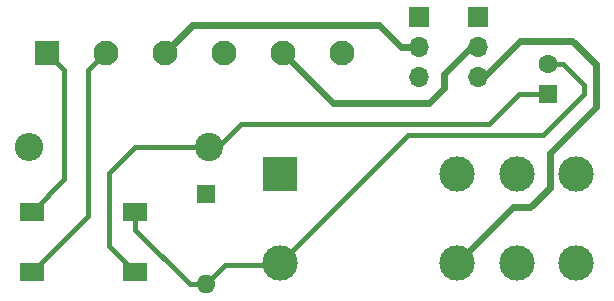
<source format=gbr>
%TF.GenerationSoftware,KiCad,Pcbnew,7.0.5*%
%TF.CreationDate,2023-09-05T23:41:28-04:00*%
%TF.ProjectId,relay-module,72656c61-792d-46d6-9f64-756c652e6b69,rev?*%
%TF.SameCoordinates,Original*%
%TF.FileFunction,Copper,L1,Top*%
%TF.FilePolarity,Positive*%
%FSLAX46Y46*%
G04 Gerber Fmt 4.6, Leading zero omitted, Abs format (unit mm)*
G04 Created by KiCad (PCBNEW 7.0.5) date 2023-09-05 23:41:28*
%MOMM*%
%LPD*%
G01*
G04 APERTURE LIST*
%TA.AperFunction,ComponentPad*%
%ADD10R,1.700000X1.700000*%
%TD*%
%TA.AperFunction,ComponentPad*%
%ADD11O,1.700000X1.700000*%
%TD*%
%TA.AperFunction,ComponentPad*%
%ADD12C,2.400000*%
%TD*%
%TA.AperFunction,ComponentPad*%
%ADD13O,2.400000X2.400000*%
%TD*%
%TA.AperFunction,ComponentPad*%
%ADD14C,3.000000*%
%TD*%
%TA.AperFunction,ComponentPad*%
%ADD15R,3.000000X3.000000*%
%TD*%
%TA.AperFunction,ComponentPad*%
%ADD16R,2.100000X2.100000*%
%TD*%
%TA.AperFunction,ComponentPad*%
%ADD17C,2.100000*%
%TD*%
%TA.AperFunction,ComponentPad*%
%ADD18R,1.600000X1.600000*%
%TD*%
%TA.AperFunction,ComponentPad*%
%ADD19O,1.600000X1.600000*%
%TD*%
%TA.AperFunction,SMDPad,CuDef*%
%ADD20R,2.000000X1.500000*%
%TD*%
%TA.AperFunction,ComponentPad*%
%ADD21C,1.600000*%
%TD*%
%TA.AperFunction,Conductor*%
%ADD22C,0.400000*%
%TD*%
%TA.AperFunction,Conductor*%
%ADD23C,0.600000*%
%TD*%
G04 APERTURE END LIST*
D10*
%TO.P,JP2,1,Pin_1*%
%TO.N,Net-(JP2-Pin_1)*%
X141000000Y-122000000D03*
D11*
%TO.P,JP2,2,Pin_2*%
%TO.N,Net-(J1-Pin_5)*%
X141000000Y-124540000D03*
%TO.P,JP2,3,Pin_3*%
%TO.N,Net-(JP2-Pin_3)*%
X141000000Y-127080000D03*
%TD*%
D12*
%TO.P,R1,1*%
%TO.N,Net-(D1-+)*%
X118240000Y-133000000D03*
D13*
%TO.P,R1,2*%
%TO.N,Net-(D2-K)*%
X103000000Y-133000000D03*
%TD*%
D14*
%TO.P,K1,11*%
%TO.N,Net-(J1-Pin_6)*%
X144292500Y-135292500D03*
%TO.P,K1,12*%
%TO.N,Net-(JP1-Pin_3)*%
X139292500Y-135292500D03*
%TO.P,K1,14*%
%TO.N,Net-(JP1-Pin_1)*%
X149292500Y-135292500D03*
%TO.P,K1,21*%
%TO.N,Net-(J1-Pin_4)*%
X144292500Y-142792500D03*
%TO.P,K1,22*%
%TO.N,Net-(JP2-Pin_3)*%
X139292500Y-142792500D03*
%TO.P,K1,24*%
%TO.N,Net-(JP2-Pin_1)*%
X149292500Y-142792500D03*
D15*
%TO.P,K1,A1*%
%TO.N,Net-(D2-K)*%
X124292500Y-135292500D03*
D14*
%TO.P,K1,A2*%
%TO.N,Net-(D1--)*%
X124292500Y-142792500D03*
%TD*%
D10*
%TO.P,JP1,1,Pin_1*%
%TO.N,Net-(JP1-Pin_1)*%
X136000000Y-122000000D03*
D11*
%TO.P,JP1,2,Pin_2*%
%TO.N,Net-(J1-Pin_3)*%
X136000000Y-124540000D03*
%TO.P,JP1,3,Pin_3*%
%TO.N,Net-(JP1-Pin_3)*%
X136000000Y-127080000D03*
%TD*%
D16*
%TO.P,J1,1,Pin_1*%
%TO.N,Net-(J1-Pin_1)*%
X104500000Y-125000000D03*
D17*
%TO.P,J1,2,Pin_2*%
%TO.N,Net-(J1-Pin_2)*%
X109500000Y-125000000D03*
%TO.P,J1,3,Pin_3*%
%TO.N,Net-(J1-Pin_3)*%
X114500000Y-125000000D03*
%TO.P,J1,4,Pin_4*%
%TO.N,Net-(J1-Pin_4)*%
X119500000Y-125000000D03*
%TO.P,J1,5,Pin_5*%
%TO.N,Net-(J1-Pin_5)*%
X124500000Y-125000000D03*
%TO.P,J1,6,Pin_6*%
%TO.N,Net-(J1-Pin_6)*%
X129500000Y-125000000D03*
%TD*%
D18*
%TO.P,D2,1,K*%
%TO.N,Net-(D2-K)*%
X118000000Y-137000000D03*
D19*
%TO.P,D2,2,A*%
%TO.N,Net-(D1--)*%
X118000000Y-144620000D03*
%TD*%
D20*
%TO.P,D1,1,+*%
%TO.N,Net-(D1-+)*%
X112000000Y-143550000D03*
%TO.P,D1,2,-*%
%TO.N,Net-(D1--)*%
X112000000Y-138450000D03*
%TO.P,D1,3*%
%TO.N,Net-(J1-Pin_1)*%
X103260000Y-138450000D03*
%TO.P,D1,4*%
%TO.N,Net-(J1-Pin_2)*%
X103260000Y-143550000D03*
%TD*%
D18*
%TO.P,C1,1*%
%TO.N,Net-(D1-+)*%
X147000000Y-128500000D03*
D21*
%TO.P,C1,2*%
%TO.N,Net-(D1--)*%
X147000000Y-126000000D03*
%TD*%
D22*
%TO.N,Net-(D1-+)*%
X109800000Y-135200000D02*
X112000000Y-133000000D01*
X112000000Y-143550000D02*
X109800000Y-141350000D01*
X144500000Y-128500000D02*
X147000000Y-128500000D01*
X119000000Y-133000000D02*
X121000000Y-131000000D01*
X121000000Y-131000000D02*
X142000000Y-131000000D01*
X109800000Y-141350000D02*
X109800000Y-135200000D01*
X112000000Y-133000000D02*
X119000000Y-133000000D01*
X142000000Y-131000000D02*
X144500000Y-128500000D01*
%TO.N,Net-(D1--)*%
X112000000Y-140000000D02*
X116620000Y-144620000D01*
X119620000Y-143000000D02*
X124085000Y-143000000D01*
X150000000Y-127750000D02*
X150000000Y-128500000D01*
X135085000Y-132000000D02*
X124292500Y-142792500D01*
X150000000Y-128500000D02*
X146500000Y-132000000D01*
X146500000Y-132000000D02*
X135085000Y-132000000D01*
X112000000Y-138450000D02*
X112000000Y-140000000D01*
X116620000Y-144620000D02*
X118000000Y-144620000D01*
X148250000Y-126000000D02*
X150000000Y-127750000D01*
X148250000Y-126000000D02*
X147000000Y-126000000D01*
X118000000Y-144620000D02*
X119620000Y-143000000D01*
D23*
%TO.N,Net-(J1-Pin_5)*%
X138150000Y-126850000D02*
X140460000Y-124540000D01*
X128730000Y-129230000D02*
X136890560Y-129230000D01*
X138150000Y-127970560D02*
X138150000Y-126850000D01*
X124500000Y-125000000D02*
X128730000Y-129230000D01*
X136890560Y-129230000D02*
X138150000Y-127970560D01*
D22*
%TO.N,Net-(J1-Pin_1)*%
X106000000Y-135710000D02*
X106000000Y-126500000D01*
X106000000Y-126500000D02*
X104500000Y-125000000D01*
X103260000Y-138450000D02*
X106000000Y-135710000D01*
%TO.N,Net-(J1-Pin_2)*%
X108000000Y-138810000D02*
X108000000Y-126500000D01*
X108000000Y-126500000D02*
X109500000Y-125000000D01*
X103260000Y-143550000D02*
X108000000Y-138810000D01*
D23*
%TO.N,Net-(J1-Pin_3)*%
X116850000Y-122650000D02*
X132650000Y-122650000D01*
X132650000Y-122650000D02*
X134540000Y-124540000D01*
X114500000Y-125000000D02*
X116850000Y-122650000D01*
X134540000Y-124540000D02*
X136000000Y-124540000D01*
%TO.N,Net-(JP2-Pin_3)*%
X139292500Y-142792500D02*
X143992500Y-138092500D01*
X147121320Y-136423478D02*
X147121320Y-133500000D01*
X151000000Y-126000000D02*
X149000000Y-124000000D01*
X149000000Y-124000000D02*
X144580560Y-124000000D01*
X145452298Y-138092500D02*
X147121320Y-136423478D01*
X151000000Y-129621320D02*
X151000000Y-126000000D01*
X144580560Y-124000000D02*
X141500560Y-127080000D01*
X143992500Y-138092500D02*
X145452298Y-138092500D01*
X147121320Y-133500000D02*
X151000000Y-129621320D01*
%TD*%
M02*

</source>
